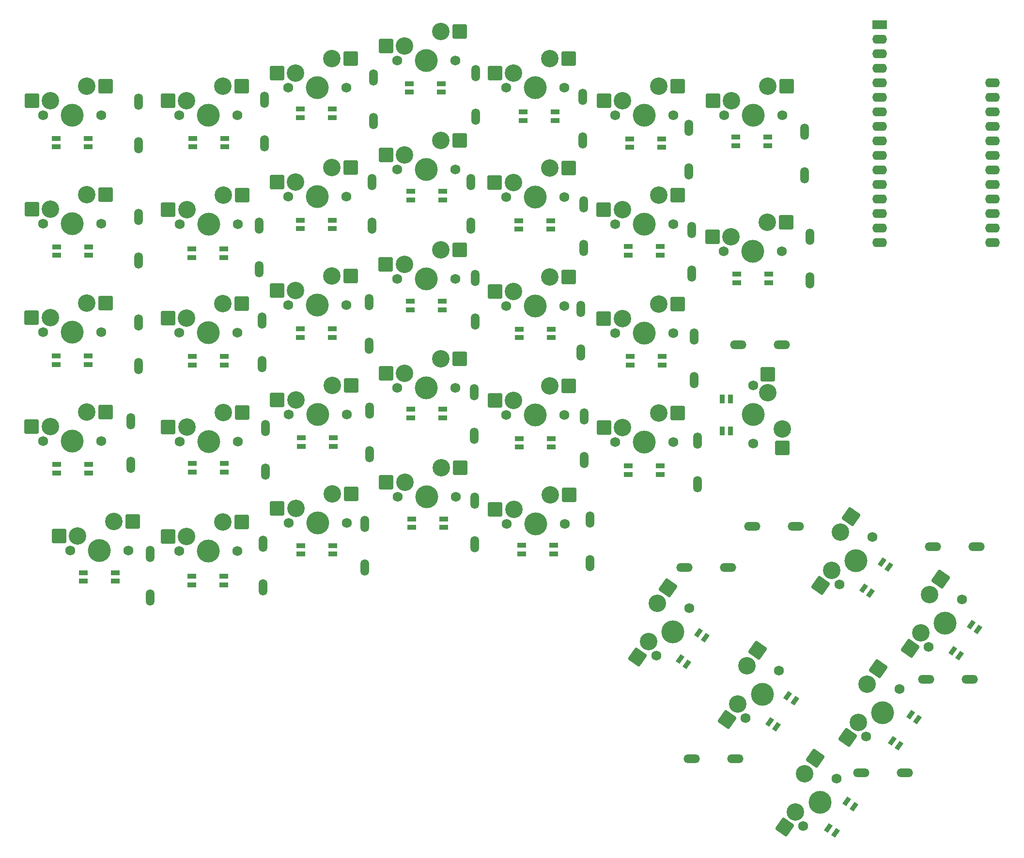
<source format=gbr>
%TF.GenerationSoftware,KiCad,Pcbnew,9.0.1*%
%TF.CreationDate,2025-07-25T21:26:32-04:00*%
%TF.ProjectId,splitboard left,73706c69-7462-46f6-9172-64206c656674,rev?*%
%TF.SameCoordinates,Original*%
%TF.FileFunction,Soldermask,Bot*%
%TF.FilePolarity,Negative*%
%FSLAX46Y46*%
G04 Gerber Fmt 4.6, Leading zero omitted, Abs format (unit mm)*
G04 Created by KiCad (PCBNEW 9.0.1) date 2025-07-25 21:26:32*
%MOMM*%
%LPD*%
G01*
G04 APERTURE LIST*
G04 Aperture macros list*
%AMRoundRect*
0 Rectangle with rounded corners*
0 $1 Rounding radius*
0 $2 $3 $4 $5 $6 $7 $8 $9 X,Y pos of 4 corners*
0 Add a 4 corners polygon primitive as box body*
4,1,4,$2,$3,$4,$5,$6,$7,$8,$9,$2,$3,0*
0 Add four circle primitives for the rounded corners*
1,1,$1+$1,$2,$3*
1,1,$1+$1,$4,$5*
1,1,$1+$1,$6,$7*
1,1,$1+$1,$8,$9*
0 Add four rect primitives between the rounded corners*
20,1,$1+$1,$2,$3,$4,$5,0*
20,1,$1+$1,$4,$5,$6,$7,0*
20,1,$1+$1,$6,$7,$8,$9,0*
20,1,$1+$1,$8,$9,$2,$3,0*%
%AMRotRect*
0 Rectangle, with rotation*
0 The origin of the aperture is its center*
0 $1 length*
0 $2 width*
0 $3 Rotation angle, in degrees counterclockwise*
0 Add horizontal line*
21,1,$1,$2,0,0,$3*%
G04 Aperture macros list end*
%ADD10O,1.524800X2.845600*%
%ADD11O,2.845600X1.524800*%
%ADD12C,1.750000*%
%ADD13C,3.050000*%
%ADD14C,4.000000*%
%ADD15RoundRect,0.250000X-1.025000X-1.000000X1.025000X-1.000000X1.025000X1.000000X-1.025000X1.000000X0*%
%ADD16RoundRect,0.250000X0.231236X-1.413207X1.407068X0.266054X-0.231236X1.413207X-1.407068X-0.266054X0*%
%ADD17RoundRect,0.250000X-1.050000X-0.550000X1.050000X-0.550000X1.050000X0.550000X-1.050000X0.550000X0*%
%ADD18O,2.600000X1.600000*%
%ADD19RoundRect,0.250000X-1.000000X1.025000X-1.000000X-1.025000X1.000000X-1.025000X1.000000X1.025000X0*%
%ADD20R,1.500000X0.820000*%
%ADD21RotRect,0.820000X1.500000X145.000000*%
%ADD22R,0.820000X1.500000*%
G04 APERTURE END LIST*
D10*
%TO.C,D10*%
X102042500Y-63648750D03*
X102042500Y-56028750D03*
%TD*%
D11*
%TO.C,D21*%
X166062500Y-84448750D03*
X173682500Y-84448750D03*
%TD*%
D12*
%TO.C,SW11*%
X106451250Y-53838750D03*
D13*
X107721250Y-51298750D03*
D14*
X111531250Y-53838750D03*
D13*
X114071250Y-48758750D03*
D12*
X116611250Y-53838750D03*
D15*
X104446250Y-51298750D03*
X117373250Y-48758750D03*
%TD*%
D12*
%TO.C,SW32*%
X106517500Y-111063750D03*
D13*
X107787500Y-108523750D03*
D14*
X111597500Y-111063750D03*
D13*
X114137500Y-105983750D03*
D12*
X116677500Y-111063750D03*
D15*
X104512500Y-108523750D03*
X117439500Y-105983750D03*
%TD*%
D10*
%TO.C,D22*%
X59832500Y-105448750D03*
X59832500Y-97828750D03*
%TD*%
%TO.C,D5*%
X138887500Y-48723750D03*
X138887500Y-41103750D03*
%TD*%
D12*
%TO.C,SW5*%
X125501250Y-39532500D03*
D13*
X126771250Y-36992500D03*
D14*
X130581250Y-39532500D03*
D13*
X133121250Y-34452500D03*
D12*
X135661250Y-39532500D03*
D15*
X123496250Y-36992500D03*
X136423250Y-34452500D03*
%TD*%
D12*
%TO.C,SW33*%
X125517500Y-115803750D03*
D13*
X126787500Y-113263750D03*
D14*
X130597500Y-115803750D03*
D13*
X133137500Y-110723750D03*
D12*
X135677500Y-115803750D03*
D15*
X123512500Y-113263750D03*
X136439500Y-110723750D03*
%TD*%
D11*
%TO.C,D38*%
X195162500Y-159338750D03*
X187542500Y-159338750D03*
%TD*%
D10*
%TO.C,D9*%
X82262500Y-71233750D03*
X82262500Y-63613750D03*
%TD*%
%TO.C,D12*%
X139042500Y-67498750D03*
X139042500Y-59878750D03*
%TD*%
D12*
%TO.C,SW1*%
X44570500Y-44295000D03*
D13*
X45840500Y-41755000D03*
D14*
X49650500Y-44295000D03*
D13*
X52190500Y-39215000D03*
D12*
X54730500Y-44295000D03*
D15*
X42565500Y-41755000D03*
X55492500Y-39215000D03*
%TD*%
D10*
%TO.C,D14*%
X178542500Y-73218750D03*
X178542500Y-65598750D03*
%TD*%
D12*
%TO.C,SW8*%
X44570500Y-63298750D03*
D13*
X45840500Y-60758750D03*
D14*
X49650500Y-63298750D03*
D13*
X52190500Y-58218750D03*
D12*
X54730500Y-63298750D03*
D15*
X42565500Y-60758750D03*
X55492500Y-58218750D03*
%TD*%
D10*
%TO.C,D6*%
X157431250Y-54105000D03*
X157431250Y-46485000D03*
%TD*%
D11*
%TO.C,D37*%
X206466052Y-142982011D03*
X198846052Y-142982011D03*
%TD*%
%TO.C,D34*%
X156672500Y-123438750D03*
X164292500Y-123438750D03*
%TD*%
%TO.C,D35*%
X157872500Y-156828750D03*
X165492500Y-156828750D03*
%TD*%
D12*
%TO.C,SW13*%
X144517500Y-63363750D03*
D13*
X145787500Y-60823750D03*
D14*
X149597500Y-63363750D03*
D13*
X152137500Y-58283750D03*
D12*
X154677500Y-63363750D03*
D15*
X142512500Y-60823750D03*
X155439500Y-58283750D03*
%TD*%
D10*
%TO.C,D4*%
X120162500Y-44583750D03*
X120162500Y-36963750D03*
%TD*%
D12*
%TO.C,SW37*%
X188362500Y-152973750D03*
D13*
X187010296Y-150476543D03*
D14*
X191276268Y-148812458D03*
D13*
X188571860Y-143818044D03*
D12*
X194190036Y-144651166D03*
D16*
X185131833Y-153159266D03*
X190465809Y-141113203D03*
%TD*%
D12*
%TO.C,SW34*%
X151687500Y-138848750D03*
D13*
X150335296Y-136351543D03*
D14*
X154601268Y-134687458D03*
D13*
X151896860Y-129693044D03*
D12*
X157515036Y-130526166D03*
D16*
X148456833Y-139034266D03*
X153790809Y-126988203D03*
%TD*%
D10*
%TO.C,D31*%
X100792500Y-123398750D03*
X100792500Y-115778750D03*
%TD*%
D12*
%TO.C,SW7*%
X163601250Y-44295000D03*
D13*
X164871250Y-41755000D03*
D14*
X168681250Y-44295000D03*
D13*
X171221250Y-39215000D03*
D12*
X173761250Y-44295000D03*
D15*
X161596250Y-41755000D03*
X174523250Y-39215000D03*
%TD*%
D12*
%TO.C,SW6*%
X144551250Y-44295000D03*
D13*
X145821250Y-41755000D03*
D14*
X149631250Y-44295000D03*
D13*
X152171250Y-39215000D03*
D12*
X154711250Y-44295000D03*
D15*
X142546250Y-41755000D03*
X155473250Y-39215000D03*
%TD*%
D12*
%TO.C,SW16*%
X68351250Y-82338750D03*
D13*
X69621250Y-79798750D03*
D14*
X73431250Y-82338750D03*
D13*
X75971250Y-77258750D03*
D12*
X78511250Y-82338750D03*
D15*
X66346250Y-79798750D03*
X79273250Y-77258750D03*
%TD*%
D12*
%TO.C,SW2*%
X68351250Y-44295000D03*
D13*
X69621250Y-41755000D03*
D14*
X73431250Y-44295000D03*
D13*
X75971250Y-39215000D03*
D12*
X78511250Y-44295000D03*
D15*
X66346250Y-41755000D03*
X79273250Y-39215000D03*
%TD*%
D10*
%TO.C,D7*%
X177587500Y-54783750D03*
X177587500Y-47163750D03*
%TD*%
D12*
%TO.C,SW31*%
X87417500Y-115638750D03*
D13*
X88687500Y-113098750D03*
D14*
X92497500Y-115638750D03*
D13*
X95037500Y-110558750D03*
D12*
X97577500Y-115638750D03*
D15*
X85412500Y-113098750D03*
X98339500Y-110558750D03*
%TD*%
D10*
%TO.C,D11*%
X119331250Y-63648750D03*
X119331250Y-56028750D03*
%TD*%
D12*
%TO.C,SW26*%
X125492500Y-96738750D03*
D13*
X126762500Y-94198750D03*
D14*
X130572500Y-96738750D03*
D13*
X133112500Y-91658750D03*
D12*
X135652500Y-96738750D03*
D15*
X123487500Y-94198750D03*
X136414500Y-91658750D03*
%TD*%
D10*
%TO.C,D1*%
X61187500Y-49583750D03*
X61187500Y-41963750D03*
%TD*%
D12*
%TO.C,SW12*%
X125467500Y-58588750D03*
D13*
X126737500Y-56048750D03*
D14*
X130547500Y-58588750D03*
D13*
X133087500Y-53508750D03*
D12*
X135627500Y-58588750D03*
D15*
X123462500Y-56048750D03*
X136389500Y-53508750D03*
%TD*%
D12*
%TO.C,SW18*%
X106392500Y-72938750D03*
D13*
X107662500Y-70398750D03*
D14*
X111472500Y-72938750D03*
D13*
X114012500Y-67858750D03*
D12*
X116552500Y-72938750D03*
D15*
X104387500Y-70398750D03*
X117314500Y-67858750D03*
%TD*%
D10*
%TO.C,D2*%
X83187500Y-49233750D03*
X83187500Y-41613750D03*
%TD*%
D12*
%TO.C,SW28*%
X183690036Y-126376166D03*
D13*
X182337832Y-123878959D03*
D14*
X186603804Y-122214874D03*
D13*
X183899396Y-117220460D03*
D12*
X189517572Y-118053582D03*
D16*
X180459369Y-126561682D03*
X185793345Y-114515619D03*
%TD*%
D10*
%TO.C,D17*%
X101472500Y-84608750D03*
X101472500Y-76988750D03*
%TD*%
D12*
%TO.C,SW35*%
X167312500Y-149773750D03*
D13*
X165960296Y-147276543D03*
D14*
X170226268Y-145612458D03*
D13*
X167521860Y-140618044D03*
D12*
X173140036Y-141451166D03*
D16*
X164081833Y-149959266D03*
X169415809Y-137913203D03*
%TD*%
D11*
%TO.C,D28*%
X176112500Y-116188750D03*
X168492500Y-116188750D03*
%TD*%
D10*
%TO.C,D16*%
X82782500Y-87808750D03*
X82782500Y-80188750D03*
%TD*%
%TO.C,D8*%
X61212500Y-69758750D03*
X61212500Y-62138750D03*
%TD*%
D12*
%TO.C,SW10*%
X87392500Y-58563750D03*
D13*
X88662500Y-56023750D03*
D14*
X92472500Y-58563750D03*
D13*
X95012500Y-53483750D03*
D12*
X97552500Y-58563750D03*
D15*
X85387500Y-56023750D03*
X98314500Y-53483750D03*
%TD*%
D10*
%TO.C,D20*%
X158312500Y-90638750D03*
X158312500Y-83018750D03*
%TD*%
%TO.C,D24*%
X101572500Y-103558750D03*
X101572500Y-95938750D03*
%TD*%
D12*
%TO.C,SW3*%
X87401250Y-39532500D03*
D13*
X88671250Y-36992500D03*
D14*
X92481250Y-39532500D03*
D13*
X95021250Y-34452500D03*
D12*
X97561250Y-39532500D03*
D15*
X85396250Y-36992500D03*
X98323250Y-34452500D03*
%TD*%
D12*
%TO.C,SW17*%
X87392500Y-77538750D03*
D13*
X88662500Y-74998750D03*
D14*
X92472500Y-77538750D03*
D13*
X95012500Y-72458750D03*
D12*
X97552500Y-77538750D03*
D15*
X85387500Y-74998750D03*
X98314500Y-72458750D03*
%TD*%
D10*
%TO.C,D18*%
X120052500Y-80408750D03*
X120052500Y-72788750D03*
%TD*%
D17*
%TO.C,A1*%
X190730000Y-28520000D03*
D18*
X190730000Y-31060000D03*
X190730000Y-33600000D03*
X190730000Y-36140000D03*
X190730000Y-38680000D03*
X190730000Y-41220000D03*
X190730000Y-43760000D03*
X190730000Y-46300000D03*
X190730000Y-48840000D03*
X190730000Y-51380000D03*
X190730000Y-53920000D03*
X190730000Y-56460000D03*
X190730000Y-59000000D03*
X190730000Y-61540000D03*
X190730000Y-64080000D03*
X190730000Y-66620000D03*
X210450000Y-66620000D03*
X210450000Y-64080000D03*
X210450000Y-61540000D03*
X210450000Y-59000000D03*
X210450000Y-56460000D03*
X210450000Y-53920000D03*
X210450000Y-51380000D03*
X210450000Y-48840000D03*
X210450000Y-46300000D03*
X210450000Y-43760000D03*
X210450000Y-41220000D03*
X210450000Y-38680000D03*
%TD*%
D12*
%TO.C,SW19*%
X125501250Y-77678750D03*
D13*
X126771250Y-75138750D03*
D14*
X130581250Y-77678750D03*
D13*
X133121250Y-72598750D03*
D12*
X135661250Y-77678750D03*
D15*
X123496250Y-75138750D03*
X136423250Y-72598750D03*
%TD*%
D10*
%TO.C,D33*%
X140082500Y-122678750D03*
X140082500Y-115058750D03*
%TD*%
D12*
%TO.C,SW9*%
X68392500Y-63338750D03*
D13*
X69662500Y-60798750D03*
D14*
X73472500Y-63338750D03*
D13*
X76012500Y-58258750D03*
D12*
X78552500Y-63338750D03*
D15*
X66387500Y-60798750D03*
X79314500Y-58258750D03*
%TD*%
D12*
%TO.C,SW4*%
X106451250Y-34770000D03*
D13*
X107721250Y-32230000D03*
D14*
X111531250Y-34770000D03*
D13*
X114071250Y-29690000D03*
D12*
X116611250Y-34770000D03*
D15*
X104446250Y-32230000D03*
X117373250Y-29690000D03*
%TD*%
D12*
%TO.C,SW38*%
X177412500Y-168623750D03*
D13*
X176060296Y-166126543D03*
D14*
X180326268Y-164462458D03*
D13*
X177621860Y-159468044D03*
D12*
X183240036Y-160301166D03*
D16*
X174181833Y-168809266D03*
X179515809Y-156763203D03*
%TD*%
D10*
%TO.C,D29*%
X63222500Y-128673750D03*
X63222500Y-121053750D03*
%TD*%
%TO.C,D3*%
X102262500Y-45308750D03*
X102262500Y-37688750D03*
%TD*%
%TO.C,D23*%
X83382500Y-106638750D03*
X83382500Y-99018750D03*
%TD*%
%TO.C,D13*%
X157922500Y-71978750D03*
X157922500Y-64358750D03*
%TD*%
D12*
%TO.C,SW15*%
X44540500Y-82278750D03*
D13*
X45810500Y-79738750D03*
D14*
X49620500Y-82278750D03*
D13*
X52160500Y-77198750D03*
D12*
X54700500Y-82278750D03*
D15*
X42535500Y-79738750D03*
X55462500Y-77198750D03*
%TD*%
D10*
%TO.C,D15*%
X61202500Y-88198750D03*
X61202500Y-80578750D03*
%TD*%
%TO.C,D25*%
X119852500Y-100378750D03*
X119852500Y-92758750D03*
%TD*%
D11*
%TO.C,D36*%
X207682500Y-119728750D03*
X200062500Y-119728750D03*
%TD*%
D10*
%TO.C,D30*%
X82956250Y-126908750D03*
X82956250Y-119288750D03*
%TD*%
D12*
%TO.C,SW29*%
X49301250Y-120413750D03*
D13*
X50571250Y-117873750D03*
D14*
X54381250Y-120413750D03*
D13*
X56921250Y-115333750D03*
D12*
X59461250Y-120413750D03*
D15*
X47296250Y-117873750D03*
X60223250Y-115333750D03*
%TD*%
D10*
%TO.C,D19*%
X138532500Y-85768750D03*
X138532500Y-78148750D03*
%TD*%
D12*
%TO.C,SW20*%
X144517500Y-82438750D03*
D13*
X145787500Y-79898750D03*
D14*
X149597500Y-82438750D03*
D13*
X152137500Y-77358750D03*
D12*
X154677500Y-82438750D03*
D15*
X142512500Y-79898750D03*
X155439500Y-77358750D03*
%TD*%
D12*
%TO.C,SW30*%
X68351250Y-120495000D03*
D13*
X69621250Y-117955000D03*
D14*
X73431250Y-120495000D03*
D13*
X75971250Y-115415000D03*
D12*
X78511250Y-120495000D03*
D15*
X66346250Y-117955000D03*
X79273250Y-115415000D03*
%TD*%
D12*
%TO.C,SW21*%
X168662500Y-91598750D03*
D13*
X171202500Y-92868750D03*
D14*
X168662500Y-96678750D03*
D13*
X173742500Y-99218750D03*
D12*
X168662500Y-101758750D03*
D19*
X171202500Y-89593750D03*
X173742500Y-102520750D03*
%TD*%
D12*
%TO.C,SW24*%
X87467500Y-96613750D03*
D13*
X88737500Y-94073750D03*
D14*
X92547500Y-96613750D03*
D13*
X95087500Y-91533750D03*
D12*
X97627500Y-96613750D03*
D15*
X85462500Y-94073750D03*
X98389500Y-91533750D03*
%TD*%
D10*
%TO.C,D32*%
X119982500Y-119323750D03*
X119982500Y-111703750D03*
%TD*%
D12*
%TO.C,SW36*%
X199301268Y-137312458D03*
D13*
X197949064Y-134815251D03*
D14*
X202215036Y-133151166D03*
D13*
X199510628Y-128156752D03*
D12*
X205128804Y-128989874D03*
D16*
X196070601Y-137497974D03*
X201404577Y-125451911D03*
%TD*%
D12*
%TO.C,SW25*%
X106442500Y-92013750D03*
D13*
X107712500Y-89473750D03*
D14*
X111522500Y-92013750D03*
D13*
X114062500Y-86933750D03*
D12*
X116602500Y-92013750D03*
D15*
X104437500Y-89473750D03*
X117364500Y-86933750D03*
%TD*%
D12*
%TO.C,SW27*%
X144542500Y-101463750D03*
D13*
X145812500Y-98923750D03*
D14*
X149622500Y-101463750D03*
D13*
X152162500Y-96383750D03*
D12*
X154702500Y-101463750D03*
D15*
X142537500Y-98923750D03*
X155464500Y-96383750D03*
%TD*%
D10*
%TO.C,D27*%
X158892500Y-108818750D03*
X158892500Y-101198750D03*
%TD*%
%TO.C,D26*%
X139132500Y-104628750D03*
X139132500Y-97008750D03*
%TD*%
D12*
%TO.C,SW23*%
X68367500Y-101413750D03*
D13*
X69637500Y-98873750D03*
D14*
X73447500Y-101413750D03*
D13*
X75987500Y-96333750D03*
D12*
X78527500Y-101413750D03*
D15*
X66362500Y-98873750D03*
X79289500Y-96333750D03*
%TD*%
D12*
%TO.C,SW14*%
X163517500Y-68113750D03*
D13*
X164787500Y-65573750D03*
D14*
X168597500Y-68113750D03*
D13*
X171137500Y-63033750D03*
D12*
X173677500Y-68113750D03*
D15*
X161512500Y-65573750D03*
X174439500Y-63033750D03*
%TD*%
D12*
%TO.C,SW22*%
X44542500Y-101338750D03*
D13*
X45812500Y-98798750D03*
D14*
X49622500Y-101338750D03*
D13*
X52162500Y-96258750D03*
D12*
X54702500Y-101338750D03*
D15*
X42537500Y-98798750D03*
X55464500Y-96258750D03*
%TD*%
D20*
%TO.C,L24*%
X108812500Y-95748750D03*
X108812500Y-97248750D03*
X114412500Y-97248750D03*
X114412500Y-95748750D03*
%TD*%
%TO.C,L3*%
X89462500Y-43248750D03*
X89462500Y-44748750D03*
X95062500Y-44748750D03*
X95062500Y-43248750D03*
%TD*%
%TO.C,L23*%
X127772500Y-100848750D03*
X127772500Y-102348750D03*
X133372500Y-102348750D03*
X133372500Y-100848750D03*
%TD*%
%TO.C,L17*%
X89487500Y-81648750D03*
X89487500Y-83148750D03*
X95087500Y-83148750D03*
X95087500Y-81648750D03*
%TD*%
%TO.C,L29*%
X70530000Y-124945000D03*
X70530000Y-126445000D03*
X76130000Y-126445000D03*
X76130000Y-124945000D03*
%TD*%
%TO.C,L27*%
X46862500Y-105398750D03*
X46862500Y-106898750D03*
X52462500Y-106898750D03*
X52462500Y-105398750D03*
%TD*%
D21*
%TO.C,L38*%
X187942122Y-127062193D03*
X189170850Y-127922558D03*
X192382878Y-123335307D03*
X191154150Y-122474942D03*
%TD*%
%TO.C,L33*%
X155867122Y-139437193D03*
X157095850Y-140297558D03*
X160307878Y-135710307D03*
X159079150Y-134849942D03*
%TD*%
%TO.C,L36*%
X192917122Y-153687193D03*
X194145850Y-154547558D03*
X197357878Y-149960307D03*
X196129150Y-149099942D03*
%TD*%
D20*
%TO.C,L11*%
X108787500Y-57598750D03*
X108787500Y-59098750D03*
X114387500Y-59098750D03*
X114387500Y-57598750D03*
%TD*%
%TO.C,L5*%
X128437500Y-43748750D03*
X128437500Y-45248750D03*
X134037500Y-45248750D03*
X134037500Y-43748750D03*
%TD*%
%TO.C,L32*%
X128212500Y-119523750D03*
X128212500Y-121023750D03*
X133812500Y-121023750D03*
X133812500Y-119523750D03*
%TD*%
%TO.C,L2*%
X70712500Y-48348750D03*
X70712500Y-49848750D03*
X76312500Y-49848750D03*
X76312500Y-48348750D03*
%TD*%
%TO.C,L28*%
X51562500Y-124298750D03*
X51562500Y-125798750D03*
X57162500Y-125798750D03*
X57162500Y-124298750D03*
%TD*%
%TO.C,L15*%
X46787500Y-86423750D03*
X46787500Y-87923750D03*
X52387500Y-87923750D03*
X52387500Y-86423750D03*
%TD*%
%TO.C,L4*%
X108537500Y-38798750D03*
X108537500Y-40298750D03*
X114137500Y-40298750D03*
X114137500Y-38798750D03*
%TD*%
%TO.C,L12*%
X89487500Y-62673750D03*
X89487500Y-64173750D03*
X95087500Y-64173750D03*
X95087500Y-62673750D03*
%TD*%
%TO.C,L16*%
X70612500Y-86473750D03*
X70612500Y-87973750D03*
X76212500Y-87973750D03*
X76212500Y-86473750D03*
%TD*%
%TO.C,L7*%
X165612500Y-48123750D03*
X165612500Y-49623750D03*
X171212500Y-49623750D03*
X171212500Y-48123750D03*
%TD*%
%TO.C,L8*%
X165787500Y-72098750D03*
X165787500Y-73598750D03*
X171387500Y-73598750D03*
X171387500Y-72098750D03*
%TD*%
%TO.C,L19*%
X127787500Y-81723750D03*
X127787500Y-83223750D03*
X133387500Y-83223750D03*
X133387500Y-81723750D03*
%TD*%
%TO.C,L18*%
X108687500Y-76873750D03*
X108687500Y-78373750D03*
X114287500Y-78373750D03*
X114287500Y-76873750D03*
%TD*%
%TO.C,L14*%
X46862500Y-67323750D03*
X46862500Y-68823750D03*
X52462500Y-68823750D03*
X52462500Y-67323750D03*
%TD*%
%TO.C,L9*%
X146837500Y-67248750D03*
X146837500Y-68748750D03*
X152437500Y-68748750D03*
X152437500Y-67248750D03*
%TD*%
%TO.C,L20*%
X147112500Y-86523750D03*
X147112500Y-88023750D03*
X152712500Y-88023750D03*
X152712500Y-86523750D03*
%TD*%
%TO.C,L25*%
X89687500Y-100748750D03*
X89687500Y-102248750D03*
X95287500Y-102248750D03*
X95287500Y-100748750D03*
%TD*%
D22*
%TO.C,L21*%
X164712500Y-93898750D03*
X163212500Y-93898750D03*
X163212500Y-99498750D03*
X164712500Y-99498750D03*
%TD*%
D20*
%TO.C,L22*%
X146837500Y-105648750D03*
X146837500Y-107148750D03*
X152437500Y-107148750D03*
X152437500Y-105648750D03*
%TD*%
%TO.C,L26*%
X70587500Y-105198750D03*
X70587500Y-106698750D03*
X76187500Y-106698750D03*
X76187500Y-105198750D03*
%TD*%
D21*
%TO.C,L37*%
X203517122Y-137962193D03*
X204745850Y-138822558D03*
X207957878Y-134235307D03*
X206729150Y-133374942D03*
%TD*%
D20*
%TO.C,L31*%
X108962500Y-114898750D03*
X108962500Y-116398750D03*
X114562500Y-116398750D03*
X114562500Y-114898750D03*
%TD*%
%TO.C,L6*%
X147037500Y-48448750D03*
X147037500Y-49948750D03*
X152637500Y-49948750D03*
X152637500Y-48448750D03*
%TD*%
%TO.C,L1*%
X46837500Y-48348750D03*
X46837500Y-49848750D03*
X52437500Y-49848750D03*
X52437500Y-48348750D03*
%TD*%
D21*
%TO.C,L35*%
X181817122Y-168912193D03*
X183045850Y-169772558D03*
X186257878Y-165185307D03*
X185029150Y-164324942D03*
%TD*%
D20*
%TO.C,L30*%
X89587500Y-119548750D03*
X89587500Y-121048750D03*
X95187500Y-121048750D03*
X95187500Y-119548750D03*
%TD*%
%TO.C,L10*%
X127662500Y-62748750D03*
X127662500Y-64248750D03*
X133262500Y-64248750D03*
X133262500Y-62748750D03*
%TD*%
D21*
%TO.C,L34*%
X171492122Y-150437193D03*
X172720850Y-151297558D03*
X175932878Y-146710307D03*
X174704150Y-145849942D03*
%TD*%
D20*
%TO.C,L13*%
X70512500Y-67723750D03*
X70512500Y-69223750D03*
X76112500Y-69223750D03*
X76112500Y-67723750D03*
%TD*%
M02*

</source>
